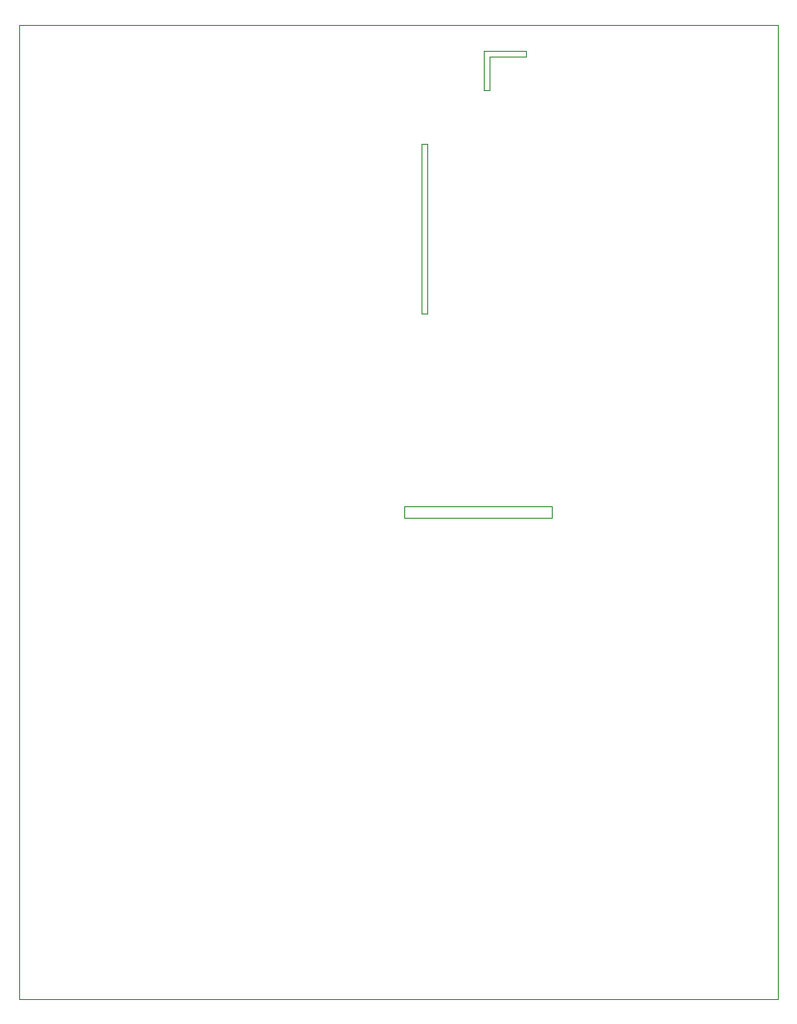
<source format=gko>
G04 Layer_Color=16711935*
%FSLAX25Y25*%
%MOIN*%
G70*
G01*
G75*
%ADD43C,0.00394*%
D43*
X0Y0D02*
Y338583D01*
Y0D02*
X263779D01*
Y338583D01*
X0D02*
X263779D01*
X139764Y238189D02*
X141732D01*
X139764D02*
Y297244D01*
X141732D01*
Y238189D02*
Y297244D01*
X185039Y167323D02*
Y171260D01*
X133858Y167323D02*
X185039D01*
X133858D02*
Y171260D01*
X185039D01*
X163386Y315945D02*
Y327756D01*
X176181D01*
Y329724D01*
X161417D02*
X176181D01*
X161417Y315945D02*
Y329724D01*
Y315945D02*
X163386D01*
M02*

</source>
